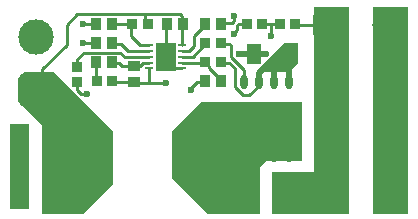
<source format=gtl>
G04*
G04 #@! TF.GenerationSoftware,Altium Limited,Altium Designer,20.1.7 (139)*
G04*
G04 Layer_Physical_Order=1*
G04 Layer_Color=255*
%FSLAX25Y25*%
%MOIN*%
G70*
G04*
G04 #@! TF.SameCoordinates,340D3123-0E3B-44FA-9BA9-5BA34B2CC4A0*
G04*
G04*
G04 #@! TF.FilePolarity,Positive*
G04*
G01*
G75*
%ADD13C,0.01000*%
%ADD14C,0.00600*%
%ADD16R,0.03740X0.03347*%
%ADD17R,0.03543X0.03937*%
%ADD18R,0.03347X0.03740*%
%ADD19R,0.16535X0.14094*%
%ADD20O,0.02362X0.04724*%
%ADD21R,0.05118X0.10630*%
%ADD22R,0.03937X0.03543*%
G04:AMPARAMS|DCode=23|XSize=9.45mil|YSize=23.62mil|CornerRadius=1.98mil|HoleSize=0mil|Usage=FLASHONLY|Rotation=90.000|XOffset=0mil|YOffset=0mil|HoleType=Round|Shape=RoundedRectangle|*
%AMROUNDEDRECTD23*
21,1,0.00945,0.01965,0,0,90.0*
21,1,0.00548,0.02362,0,0,90.0*
1,1,0.00397,0.00983,0.00274*
1,1,0.00397,0.00983,-0.00274*
1,1,0.00397,-0.00983,-0.00274*
1,1,0.00397,-0.00983,0.00274*
%
%ADD23ROUNDEDRECTD23*%
%ADD24R,0.09646X0.08465*%
%ADD25R,0.04528X0.06693*%
%ADD26R,0.06693X0.21260*%
G04:AMPARAMS|DCode=27|XSize=139.76mil|YSize=137.8mil|CornerRadius=34.45mil|HoleSize=0mil|Usage=FLASHONLY|Rotation=0.000|XOffset=0mil|YOffset=0mil|HoleType=Round|Shape=RoundedRectangle|*
%AMROUNDEDRECTD27*
21,1,0.13976,0.06890,0,0,0.0*
21,1,0.07087,0.13780,0,0,0.0*
1,1,0.06890,0.03543,-0.03445*
1,1,0.06890,-0.03543,-0.03445*
1,1,0.06890,-0.03543,0.03445*
1,1,0.06890,0.03543,0.03445*
%
%ADD27ROUNDEDRECTD27*%
G04:AMPARAMS|DCode=45|XSize=64.96mil|YSize=94.49mil|CornerRadius=1.95mil|HoleSize=0mil|Usage=FLASHONLY|Rotation=0.000|XOffset=0mil|YOffset=0mil|HoleType=Round|Shape=RoundedRectangle|*
%AMROUNDEDRECTD45*
21,1,0.06496,0.09059,0,0,0.0*
21,1,0.06106,0.09449,0,0,0.0*
1,1,0.00390,0.03053,-0.04530*
1,1,0.00390,-0.03053,-0.04530*
1,1,0.00390,-0.03053,0.04530*
1,1,0.00390,0.03053,0.04530*
%
%ADD45ROUNDEDRECTD45*%
%ADD46C,0.01968*%
G04:AMPARAMS|DCode=47|XSize=118.11mil|YSize=118.11mil|CornerRadius=29.53mil|HoleSize=0mil|Usage=FLASHONLY|Rotation=0.000|XOffset=0mil|YOffset=0mil|HoleType=Round|Shape=RoundedRectangle|*
%AMROUNDEDRECTD47*
21,1,0.11811,0.05906,0,0,0.0*
21,1,0.05906,0.11811,0,0,0.0*
1,1,0.05906,0.02953,-0.02953*
1,1,0.05906,-0.02953,-0.02953*
1,1,0.05906,-0.02953,0.02953*
1,1,0.05906,0.02953,0.02953*
%
%ADD47ROUNDEDRECTD47*%
%ADD48C,0.11811*%
%ADD49C,0.01968*%
%ADD50C,0.02362*%
G36*
X116142Y4734D02*
X90551D01*
Y18513D01*
X104331D01*
Y66604D01*
X110236D01*
X110236Y66604D01*
X110665Y66690D01*
X111029Y66933D01*
X111272Y67297D01*
X111358Y67726D01*
X111272Y68155D01*
X111029Y68519D01*
X111029Y68519D01*
X110636Y68913D01*
X110272Y69156D01*
X109843Y69241D01*
X109413Y69156D01*
X109049Y68913D01*
X109006Y68848D01*
X104331D01*
Y73632D01*
X116142D01*
Y4734D01*
D02*
G37*
G36*
X99213Y61614D02*
X99213Y54921D01*
X97244Y52559D01*
X86463D01*
X86267Y53019D01*
X94488Y61614D01*
X99213Y61614D01*
D02*
G37*
G36*
X9449Y6309D02*
X3150D01*
Y34655D01*
X9449D01*
Y6309D01*
D02*
G37*
G36*
X135827Y4734D02*
X124016D01*
Y73632D01*
X135827D01*
Y4734D01*
D02*
G37*
G36*
X23121Y46574D02*
Y46358D01*
X23336D01*
X37402Y32293D01*
Y14576D01*
X27559Y4734D01*
X13780D01*
Y34261D01*
X5906Y42135D01*
Y50010D01*
X5906D01*
X7874Y51978D01*
X17717D01*
X23121Y46574D01*
D02*
G37*
G36*
X100394Y22450D02*
X88583D01*
X86614Y20482D01*
X86614Y4734D01*
X68898D01*
X57087Y16545D01*
Y32293D01*
X66929Y42135D01*
X100394D01*
Y22450D01*
D02*
G37*
D13*
X25591Y45984D02*
X26969Y44606D01*
X25591Y53750D02*
Y56309D01*
X22047Y67726D02*
X25591Y71269D01*
X37303Y55128D02*
X39370D01*
X40551Y53947D01*
X43209D01*
X43307Y53848D01*
X37303Y61427D02*
X40157D01*
X42520Y59065D01*
X37697Y68120D02*
X41866D01*
X42783Y67202D01*
X47610Y55100D02*
X49579D01*
X49606Y55128D01*
X46358Y53848D02*
X47610Y55100D01*
X46457Y61033D02*
X49606D01*
X48228Y67913D02*
Y70866D01*
X55118Y55907D02*
X57866Y53159D01*
X55118Y67421D02*
X55610Y67913D01*
X63540Y46154D02*
Y46654D01*
X64567Y60639D02*
Y63887D01*
X62992Y59065D02*
X64567Y60639D01*
X69480Y53364D02*
Y53954D01*
Y53364D02*
X72252Y50592D01*
Y50100D02*
Y50592D01*
X73524Y67913D02*
X73917Y68307D01*
X78106Y46894D02*
X80709Y44291D01*
X82933D01*
X77692Y70409D02*
X77953Y70669D01*
X77692Y68893D02*
Y70409D01*
X77106Y68307D02*
X77692Y68893D01*
X79326Y67913D02*
X82087D01*
X78740Y67328D02*
X79326Y67913D01*
X78740Y65920D02*
Y67328D01*
X87124Y68021D02*
X87205Y68102D01*
Y67913D02*
X90158D01*
X96054Y52894D02*
X96250Y52697D01*
X96457Y57776D02*
X96752Y58071D01*
X98228Y67913D02*
X98416Y67726D01*
X109843Y68120D02*
X110236Y67726D01*
X13995Y48256D02*
Y52892D01*
X22047Y60945D02*
Y67726D01*
X25591Y45984D02*
Y48632D01*
Y56309D02*
X27746Y58465D01*
X31988Y48927D02*
X32087Y48828D01*
X31988Y48927D02*
Y55128D01*
X37008Y48632D02*
X43209D01*
X43504Y63986D02*
Y68120D01*
X39970Y58465D02*
X41339Y57096D01*
X43209Y48632D02*
X43406Y48435D01*
X49262D02*
X49606Y48779D01*
Y53159D01*
X55118Y55907D02*
Y57096D01*
Y67234D01*
X63540Y46654D02*
X65433Y48547D01*
X67739D01*
X72252Y50100D02*
X73524Y48828D01*
X81083Y48622D02*
Y52785D01*
X78106Y46894D02*
Y53198D01*
X77953Y65132D02*
X78740Y65920D01*
X77953Y64764D02*
Y65132D01*
X86083Y48622D02*
X86102Y48642D01*
X86083Y47441D02*
Y48622D01*
X90158Y63976D02*
Y67913D01*
X96752Y58071D02*
X98219Y56604D01*
X96083Y48622D02*
X96250Y48790D01*
X11811Y46072D02*
X13995Y48256D01*
X26969Y44606D02*
X28819D01*
X43307Y53848D02*
X46358D01*
X43504Y63986D02*
X46457Y61033D01*
X27559Y61614D02*
X31988D01*
X27746Y58465D02*
X39970D01*
X27559Y67913D02*
X31988D01*
X49262Y48435D02*
X55118D01*
X73425Y55128D02*
X76177D01*
X68307D02*
X69480Y53954D01*
X60630Y55128D02*
X60630Y55128D01*
X68307D01*
X57866Y53159D02*
X60630D01*
X76177Y55128D02*
X78106Y53198D01*
X68307Y61230D02*
Y61427D01*
X60630Y59065D02*
X62992D01*
X76186Y61427D02*
X76772Y60841D01*
X73425Y61427D02*
X76186D01*
X68307Y61614D02*
Y62008D01*
X68209Y67529D02*
Y67726D01*
X60532D02*
X60630Y67628D01*
X59946Y71269D02*
X60532Y70683D01*
Y67726D02*
Y70683D01*
X73917Y68307D02*
X77106D01*
X82933Y44291D02*
X86083Y47441D01*
X90158Y67913D02*
X93110D01*
X98416Y67726D02*
X110236D01*
X64173Y57096D02*
X68307Y61230D01*
X60630Y57096D02*
X64173D01*
X64567Y63887D02*
X68209Y67529D01*
X60630Y61033D02*
Y67628D01*
X76772Y57096D02*
Y60841D01*
X67739Y48547D02*
X68209Y49016D01*
X43406Y48435D02*
X49262D01*
X42520Y59065D02*
X49606D01*
X48228Y71269D02*
X59946D01*
X25591D02*
X48228D01*
X41339Y57096D02*
X49606D01*
X13995Y52892D02*
X22047Y60945D01*
X76772Y57096D02*
X81083Y52785D01*
D14*
X96850Y58169D02*
X97008Y58012D01*
D16*
X25591Y48632D02*
D03*
Y53750D02*
D03*
D17*
X37303Y61614D02*
D03*
X31988D02*
D03*
X37303Y67913D02*
D03*
X31988D02*
D03*
X60925D02*
D03*
X55610D02*
D03*
X68209D02*
D03*
X73524D02*
D03*
X31988Y55315D02*
D03*
X37303D02*
D03*
X73524Y49016D02*
D03*
X68209D02*
D03*
D18*
X43898Y67913D02*
D03*
X49016D02*
D03*
X68307Y61614D02*
D03*
X73425D02*
D03*
X82087Y67913D02*
D03*
X87205D02*
D03*
X93110D02*
D03*
X98228D02*
D03*
X37205Y49016D02*
D03*
X32087D02*
D03*
X68307Y55315D02*
D03*
X73425D02*
D03*
D19*
X88583Y31917D02*
D03*
D20*
X96083Y24213D02*
D03*
X91083D02*
D03*
X86083D02*
D03*
X81083D02*
D03*
Y48622D02*
D03*
X86083D02*
D03*
X91083D02*
D03*
X96083D02*
D03*
D21*
X17323Y12608D02*
D03*
X6299D02*
D03*
Y28356D02*
D03*
X17323D02*
D03*
D22*
X44488Y54035D02*
D03*
Y48720D02*
D03*
D23*
X60630Y61033D02*
D03*
Y59065D02*
D03*
Y57096D02*
D03*
Y55128D02*
D03*
Y53159D02*
D03*
X49606D02*
D03*
Y55128D02*
D03*
Y57096D02*
D03*
Y59065D02*
D03*
Y61033D02*
D03*
D24*
X80118Y12608D02*
D03*
X97047D02*
D03*
D25*
X84350Y58071D02*
D03*
X96752D02*
D03*
D26*
X130118Y16545D02*
D03*
X110039D02*
D03*
X130118Y44104D02*
D03*
X110039D02*
D03*
D27*
X29626Y24419D02*
D03*
X64862D02*
D03*
D45*
X55118Y57096D02*
D03*
D46*
X87421Y52894D02*
X91083D01*
X86102Y51575D02*
X87421Y52894D01*
X91083Y48622D02*
Y52894D01*
X86102Y48642D02*
Y48898D01*
Y51575D01*
X96250Y48790D02*
Y52697D01*
X91083Y52894D02*
X96054D01*
X84350Y58071D02*
X88583D01*
X79528D02*
X84350D01*
D47*
X11811Y46072D02*
D03*
X110236Y67726D02*
D03*
D48*
X129921D02*
D03*
X11811Y63789D02*
D03*
D49*
X52854Y57096D02*
D03*
X57382D02*
D03*
X55118Y60836D02*
D03*
Y53356D02*
D03*
D50*
X7874Y20482D02*
D03*
X63540Y46154D02*
D03*
X77953Y70669D02*
D03*
X125984Y30512D02*
D03*
X129921D02*
D03*
X55118Y48435D02*
D03*
X79528Y58071D02*
D03*
X77953Y64764D02*
D03*
X90158Y63976D02*
D03*
X88583Y58071D02*
D03*
X4724Y20482D02*
D03*
X28819Y44606D02*
D03*
X27559Y61614D02*
D03*
Y67913D02*
D03*
X133858Y30512D02*
D03*
M02*

</source>
